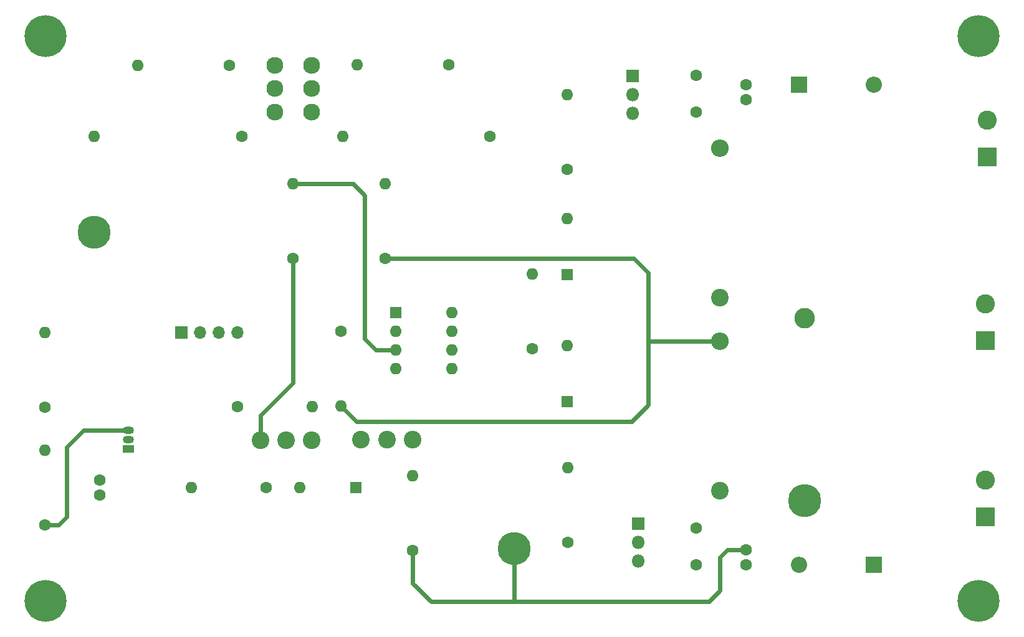
<source format=gbr>
%TF.GenerationSoftware,KiCad,Pcbnew,(7.0.0)*%
%TF.CreationDate,2023-03-06T20:11:15+02:00*%
%TF.ProjectId,Oscilator,4f736369-6c61-4746-9f72-2e6b69636164,rev?*%
%TF.SameCoordinates,Original*%
%TF.FileFunction,Copper,L2,Bot*%
%TF.FilePolarity,Positive*%
%FSLAX46Y46*%
G04 Gerber Fmt 4.6, Leading zero omitted, Abs format (unit mm)*
G04 Created by KiCad (PCBNEW (7.0.0)) date 2023-03-06 20:11:15*
%MOMM*%
%LPD*%
G01*
G04 APERTURE LIST*
%TA.AperFunction,ComponentPad*%
%ADD10C,1.600000*%
%TD*%
%TA.AperFunction,ComponentPad*%
%ADD11O,1.600000X1.600000*%
%TD*%
%TA.AperFunction,ComponentPad*%
%ADD12C,4.500000*%
%TD*%
%TA.AperFunction,ComponentPad*%
%ADD13C,2.800000*%
%TD*%
%TA.AperFunction,ComponentPad*%
%ADD14C,2.300000*%
%TD*%
%TA.AperFunction,ComponentPad*%
%ADD15C,2.400000*%
%TD*%
%TA.AperFunction,ComponentPad*%
%ADD16R,2.600000X2.600000*%
%TD*%
%TA.AperFunction,ComponentPad*%
%ADD17C,2.600000*%
%TD*%
%TA.AperFunction,ComponentPad*%
%ADD18O,2.400000X2.400000*%
%TD*%
%TA.AperFunction,ComponentPad*%
%ADD19C,3.600000*%
%TD*%
%TA.AperFunction,ConnectorPad*%
%ADD20C,5.700000*%
%TD*%
%TA.AperFunction,ComponentPad*%
%ADD21R,2.200000X2.200000*%
%TD*%
%TA.AperFunction,ComponentPad*%
%ADD22O,2.200000X2.200000*%
%TD*%
%TA.AperFunction,ComponentPad*%
%ADD23R,1.800000X1.800000*%
%TD*%
%TA.AperFunction,ComponentPad*%
%ADD24O,1.800000X1.800000*%
%TD*%
%TA.AperFunction,ComponentPad*%
%ADD25R,1.600000X1.600000*%
%TD*%
%TA.AperFunction,ComponentPad*%
%ADD26R,1.500000X1.050000*%
%TD*%
%TA.AperFunction,ComponentPad*%
%ADD27O,1.500000X1.050000*%
%TD*%
%TA.AperFunction,ComponentPad*%
%ADD28R,1.700000X1.700000*%
%TD*%
%TA.AperFunction,ComponentPad*%
%ADD29O,1.700000X1.700000*%
%TD*%
%TA.AperFunction,Conductor*%
%ADD30C,0.600000*%
%TD*%
G04 APERTURE END LIST*
D10*
%TO.P,Cr3,1*%
%TO.N,Net-(SW1B-C)*%
X88250000Y-69750000D03*
D11*
%TO.P,Cr3,2*%
%TO.N,GND*%
X68249999Y-69749999D03*
%TD*%
D10*
%TO.P,Cr1,1*%
%TO.N,Net-(Cr1-Pad1)*%
X122000000Y-69750000D03*
D11*
%TO.P,Cr1,2*%
%TO.N,Net-(SW1A-C)*%
X101999999Y-69749999D03*
%TD*%
D10*
%TO.P,Cr2,1*%
%TO.N,Net-(Cr1-Pad1)*%
X116409282Y-60042114D03*
D11*
%TO.P,Cr2,2*%
%TO.N,Net-(SW1A-A)*%
X103909281Y-60042113D03*
%TD*%
D10*
%TO.P,Cr4,1*%
%TO.N,Net-(SW1B-A)*%
X86636084Y-60050067D03*
D11*
%TO.P,Cr4,2*%
%TO.N,GND*%
X74136083Y-60050066D03*
%TD*%
D12*
%TO.P,TP4,1,1*%
%TO.N,GND*%
X68250000Y-82750000D03*
%TD*%
%TO.P,TP3,1,1*%
%TO.N,GND*%
X125250000Y-125750000D03*
%TD*%
%TO.P,TP2,1,1*%
%TO.N,GND*%
X164750000Y-119250000D03*
%TD*%
D13*
%TO.P,TP1,1,1*%
%TO.N,OUT*%
X164750000Y-94500000D03*
%TD*%
D14*
%TO.P,SW1,1,A*%
%TO.N,Net-(SW1A-A)*%
X97750000Y-60050000D03*
%TO.P,SW1,2,B*%
%TO.N,Net-(SW1A-B)*%
X97750000Y-63250000D03*
%TO.P,SW1,3,C*%
%TO.N,Net-(SW1A-C)*%
X97750000Y-66450000D03*
%TO.P,SW1,4,A*%
%TO.N,Net-(SW1B-A)*%
X92750000Y-60050000D03*
%TO.P,SW1,5,B*%
%TO.N,Net-(SW1A-B)*%
X92750000Y-63250000D03*
%TO.P,SW1,6,C*%
%TO.N,Net-(SW1B-C)*%
X92750000Y-66450000D03*
%TD*%
D15*
%TO.P,P2,1,1*%
%TO.N,Net-(P2-Pad1)*%
X111500000Y-111000000D03*
%TO.P,P2,2,2*%
%TO.N,Net-(D1-K)*%
X108000000Y-111000000D03*
%TO.P,P2,3,3*%
%TO.N,OUT*%
X104500000Y-111000000D03*
%TD*%
%TO.P,P1,1,1*%
%TO.N,GND*%
X90788344Y-111085720D03*
%TO.P,P1,2,2*%
X94288344Y-111085720D03*
%TO.P,P1,3,3*%
%TO.N,Net-(P1-Pad3)*%
X97788344Y-111085720D03*
%TD*%
D10*
%TO.P,R10,1*%
%TO.N,GND*%
X61500000Y-122580000D03*
D11*
%TO.P,R10,2*%
%TO.N,Net-(Q3-G)*%
X61499999Y-112419999D03*
%TD*%
D16*
%TO.P,J3,1,Pin_1*%
%TO.N,GND*%
X189304999Y-97499999D03*
D17*
%TO.P,J3,2,Pin_2*%
X189305000Y-92500000D03*
%TD*%
D10*
%TO.P,C1,1*%
%TO.N,Net-(Q3-G)*%
X69000000Y-116500000D03*
%TO.P,C1,2*%
%TO.N,GND*%
X69000000Y-118500000D03*
%TD*%
%TO.P,C4,1*%
%TO.N,GND*%
X156750000Y-126000000D03*
%TO.P,C4,2*%
%TO.N,Net-(D2-A)*%
X156750000Y-128000000D03*
%TD*%
D15*
%TO.P,R8,1*%
%TO.N,OUT*%
X153250000Y-91660000D03*
D18*
%TO.P,R8,2*%
%TO.N,Net-(Q1-E)*%
X153249999Y-71339999D03*
%TD*%
D19*
%TO.P,H2,1*%
%TO.N,N/C*%
X188400000Y-56100000D03*
D20*
X188400000Y-56100000D03*
%TD*%
D21*
%TO.P,D3,1,K*%
%TO.N,Net-(D3-K)*%
X163999999Y-62749999D03*
D22*
%TO.P,D3,2,A*%
%TO.N,+12VA*%
X174159999Y-62749999D03*
%TD*%
D15*
%TO.P,R9,1*%
%TO.N,Net-(Q2-E)*%
X153250000Y-117910000D03*
D18*
%TO.P,R9,2*%
%TO.N,OUT*%
X153249999Y-97589999D03*
%TD*%
D23*
%TO.P,Q2,1,E*%
%TO.N,Net-(Q2-E)*%
X142124999Y-122419999D03*
D24*
%TO.P,Q2,2,C*%
%TO.N,Net-(D2-A)*%
X142124999Y-124959999D03*
%TO.P,Q2,3,B*%
%TO.N,Net-(D5-K)*%
X142124999Y-127499999D03*
%TD*%
D10*
%TO.P,R7,1*%
%TO.N,Net-(D4-A)*%
X132499604Y-74200184D03*
D11*
%TO.P,R7,2*%
%TO.N,Net-(D3-K)*%
X132499603Y-64040183D03*
%TD*%
D10*
%TO.P,R3,1*%
%TO.N,Net-(J1-Pin_4)*%
X87657722Y-106474740D03*
D11*
%TO.P,R3,2*%
%TO.N,Net-(P1-Pad3)*%
X97817721Y-106474739D03*
%TD*%
D25*
%TO.P,D5,1,K*%
%TO.N,Net-(D5-K)*%
X132499999Y-105809999D03*
D11*
%TO.P,D5,2,A*%
%TO.N,Net-(D4-K)*%
X132499999Y-98189999D03*
%TD*%
D10*
%TO.P,C2,1*%
%TO.N,Net-(D3-K)*%
X150000000Y-61470609D03*
%TO.P,C2,2*%
%TO.N,GND*%
X150000000Y-66470609D03*
%TD*%
%TO.P,Rr3,1*%
%TO.N,GND*%
X95250000Y-86330000D03*
D11*
%TO.P,Rr3,2*%
%TO.N,Net-(SW1A-B)*%
X95249999Y-76169999D03*
%TD*%
D10*
%TO.P,C5,1*%
%TO.N,Net-(D2-A)*%
X150000000Y-128000000D03*
%TO.P,C5,2*%
%TO.N,GND*%
X150000000Y-123000000D03*
%TD*%
D25*
%TO.P,D4,1,K*%
%TO.N,Net-(D4-K)*%
X132499999Y-88559999D03*
D11*
%TO.P,D4,2,A*%
%TO.N,Net-(D4-A)*%
X132499999Y-80939999D03*
%TD*%
D19*
%TO.P,H4,1*%
%TO.N,N/C*%
X188400000Y-132900000D03*
D20*
X188400000Y-132900000D03*
%TD*%
D10*
%TO.P,Rr1,1*%
%TO.N,Net-(J1-Pin_2)*%
X101765084Y-96247824D03*
D11*
%TO.P,Rr1,2*%
%TO.N,OUT*%
X101765083Y-106407823D03*
%TD*%
D19*
%TO.P,H1,1*%
%TO.N,N/C*%
X61600000Y-132900000D03*
D20*
X61600000Y-132900000D03*
%TD*%
D26*
%TO.P,Q3,1,G*%
%TO.N,Net-(Q3-G)*%
X72859999Y-112269999D03*
D27*
%TO.P,Q3,2,S*%
%TO.N,Net-(Q3-S)*%
X72859999Y-110999999D03*
%TO.P,Q3,3,D*%
%TO.N,GND*%
X72859999Y-109729999D03*
%TD*%
D16*
%TO.P,J4,1,Pin_1*%
%TO.N,-12VA*%
X189304999Y-121499999D03*
D17*
%TO.P,J4,2,Pin_2*%
X189305000Y-116500000D03*
%TD*%
D10*
%TO.P,R6,1*%
%TO.N,Net-(D2-A)*%
X132533442Y-124943720D03*
D11*
%TO.P,R6,2*%
%TO.N,Net-(D5-K)*%
X132533441Y-114783719D03*
%TD*%
D25*
%TO.P,U1,1,NULL*%
%TO.N,unconnected-(U1-NULL-Pad1)*%
X109199999Y-93699999D03*
D11*
%TO.P,U1,2,-*%
%TO.N,Net-(J1-Pin_2)*%
X109199999Y-96239999D03*
%TO.P,U1,3,+*%
%TO.N,Net-(SW1A-B)*%
X109199999Y-98779999D03*
%TO.P,U1,4,V-*%
%TO.N,Net-(D2-A)*%
X109199999Y-101319999D03*
%TO.P,U1,5,NULL*%
%TO.N,unconnected-(U1-NULL-Pad5)*%
X116819999Y-101319999D03*
%TO.P,U1,6*%
%TO.N,Net-(R5-Pad1)*%
X116819999Y-98779999D03*
%TO.P,U1,7,V+*%
%TO.N,Net-(D3-K)*%
X116819999Y-96239999D03*
%TO.P,U1,8,NC*%
%TO.N,unconnected-(U1-NC-Pad8)*%
X116819999Y-93699999D03*
%TD*%
%TO.P,R5,2*%
%TO.N,Net-(D4-K)*%
X127749999Y-88419999D03*
D10*
%TO.P,R5,1*%
%TO.N,Net-(R5-Pad1)*%
X127750000Y-98580000D03*
%TD*%
D28*
%TO.P,J1,1,Pin_1*%
%TO.N,Net-(J1-Pin_1)*%
X80100483Y-96416897D03*
D29*
%TO.P,J1,2,Pin_2*%
%TO.N,Net-(J1-Pin_2)*%
X82640483Y-96416897D03*
%TO.P,J1,3,Pin_3*%
X85180483Y-96416897D03*
%TO.P,J1,4,Pin_4*%
%TO.N,Net-(J1-Pin_4)*%
X87720483Y-96416897D03*
%TD*%
D10*
%TO.P,R2,1*%
%TO.N,Net-(D1-A)*%
X91580000Y-117500000D03*
D11*
%TO.P,R2,2*%
%TO.N,Net-(Q3-G)*%
X81419999Y-117499999D03*
%TD*%
D10*
%TO.P,Rr2,1*%
%TO.N,OUT*%
X107750000Y-86330000D03*
D11*
%TO.P,Rr2,2*%
%TO.N,Net-(Cr1-Pad1)*%
X107749999Y-76169999D03*
%TD*%
D16*
%TO.P,J2,1,Pin_1*%
%TO.N,+12VA*%
X189554999Y-72499999D03*
D17*
%TO.P,J2,2,Pin_2*%
X189555000Y-67500000D03*
%TD*%
D10*
%TO.P,C3,1*%
%TO.N,GND*%
X156750000Y-64750000D03*
%TO.P,C3,2*%
%TO.N,Net-(D3-K)*%
X156750000Y-62750000D03*
%TD*%
D25*
%TO.P,D1,1,K*%
%TO.N,Net-(D1-K)*%
X103809999Y-117499999D03*
D11*
%TO.P,D1,2,A*%
%TO.N,Net-(D1-A)*%
X96189999Y-117499999D03*
%TD*%
D21*
%TO.P,D2,1,K*%
%TO.N,-12VA*%
X174159999Y-127999999D03*
D22*
%TO.P,D2,2,A*%
%TO.N,Net-(D2-A)*%
X163999999Y-127999999D03*
%TD*%
D10*
%TO.P,R1,1*%
%TO.N,Net-(Q3-S)*%
X61500000Y-106580000D03*
D11*
%TO.P,R1,2*%
%TO.N,Net-(J1-Pin_1)*%
X61499999Y-96419999D03*
%TD*%
D23*
%TO.P,Q1,1,E*%
%TO.N,Net-(Q1-E)*%
X141374999Y-61499999D03*
D24*
%TO.P,Q1,2,C*%
%TO.N,Net-(D3-K)*%
X141374999Y-64039999D03*
%TO.P,Q1,3,B*%
%TO.N,Net-(D4-A)*%
X141374999Y-66579999D03*
%TD*%
D19*
%TO.P,H3,1*%
%TO.N,N/C*%
X61600000Y-56100000D03*
D20*
X61600000Y-56100000D03*
%TD*%
D10*
%TO.P,R4,1*%
%TO.N,GND*%
X111500000Y-126080000D03*
D11*
%TO.P,R4,2*%
%TO.N,Net-(P2-Pad1)*%
X111499999Y-115919999D03*
%TD*%
D30*
%TO.N,GND*%
X125250000Y-133000000D02*
X114000000Y-133000000D01*
X156750000Y-126000000D02*
X154250000Y-126000000D01*
X90788344Y-107711656D02*
X90788344Y-111085720D01*
X63420000Y-122580000D02*
X61500000Y-122580000D01*
X151750000Y-133000000D02*
X125250000Y-133000000D01*
X95250000Y-103250000D02*
X90788344Y-107711656D01*
X66770000Y-109730000D02*
X64500000Y-112000000D01*
X125250000Y-125750000D02*
X125250000Y-133000000D01*
X114000000Y-133000000D02*
X111500000Y-130500000D01*
X154250000Y-126000000D02*
X153250000Y-127000000D01*
X64500000Y-112000000D02*
X64500000Y-121500000D01*
X72860000Y-109730000D02*
X66770000Y-109730000D01*
X111500000Y-130500000D02*
X111500000Y-126080000D01*
X153250000Y-131500000D02*
X151750000Y-133000000D01*
X153250000Y-127000000D02*
X153250000Y-131500000D01*
X95250000Y-86330000D02*
X95250000Y-103250000D01*
X64500000Y-121500000D02*
X63420000Y-122580000D01*
%TO.N,OUT*%
X143500000Y-88250000D02*
X143500000Y-97500000D01*
X153250000Y-97590000D02*
X143590000Y-97590000D01*
X141580000Y-86330000D02*
X143500000Y-88250000D01*
X143500000Y-97500000D02*
X143500000Y-99500000D01*
X101765084Y-106407824D02*
X103857260Y-108500000D01*
X103857260Y-108500000D02*
X141250000Y-108500000D01*
X141250000Y-108500000D02*
X143500000Y-106250000D01*
X107750000Y-86330000D02*
X141580000Y-86330000D01*
X143500000Y-106250000D02*
X143500000Y-99500000D01*
X143590000Y-97590000D02*
X143500000Y-97500000D01*
%TO.N,Net-(SW1A-B)*%
X106530000Y-98780000D02*
X105000000Y-97250000D01*
X109200000Y-98780000D02*
X106530000Y-98780000D01*
X105000000Y-97250000D02*
X105000000Y-77750000D01*
X103420000Y-76170000D02*
X95250000Y-76170000D01*
X105000000Y-77750000D02*
X103420000Y-76170000D01*
%TD*%
M02*

</source>
